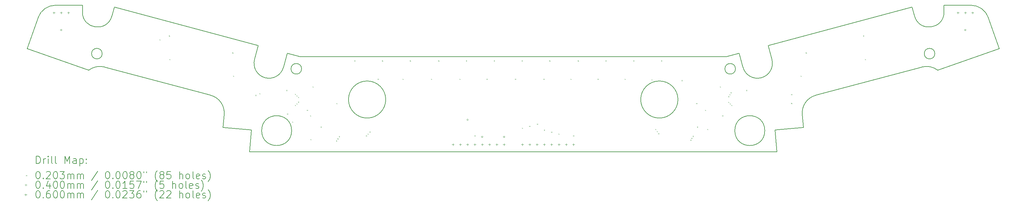
<source format=gbr>
%TF.GenerationSoftware,KiCad,Pcbnew,7.0.9-7.0.9~ubuntu22.04.1*%
%TF.CreationDate,2023-12-27T20:47:57-05:00*%
%TF.ProjectId,GT-Wheel-RevLight,47542d57-6865-4656-9c2d-5265764c6967,rev?*%
%TF.SameCoordinates,Original*%
%TF.FileFunction,Drillmap*%
%TF.FilePolarity,Positive*%
%FSLAX45Y45*%
G04 Gerber Fmt 4.5, Leading zero omitted, Abs format (unit mm)*
G04 Created by KiCad (PCBNEW 7.0.9-7.0.9~ubuntu22.04.1) date 2023-12-27 20:47:57*
%MOMM*%
%LPD*%
G01*
G04 APERTURE LIST*
%ADD10C,0.200000*%
%ADD11C,0.100000*%
G04 APERTURE END LIST*
D10*
X21925309Y-9540357D02*
X22702341Y-9472376D01*
X3836198Y-6158599D02*
X3770322Y-6404450D01*
X21047345Y-7812295D02*
G75*
G03*
X21839405Y-7600063I396030J106116D01*
G01*
X1450000Y-7300000D02*
X3134527Y-7895570D01*
X2964293Y-6298334D02*
G75*
G03*
X3770322Y-6404450I410000J1D01*
G01*
X3572062Y-7806382D02*
X6475453Y-8584344D01*
X21736220Y-7214972D02*
X21839405Y-7600063D01*
X3504930Y-7438959D02*
G75*
G03*
X3504930Y-7438959I-145000J0D01*
G01*
X6812514Y-9472376D02*
X7589546Y-9540357D01*
X7537253Y-10138074D02*
X21977602Y-10138074D01*
X23039404Y-8584351D02*
G75*
G03*
X22670714Y-9110884I129416J-482969D01*
G01*
X25744533Y-6404450D02*
X25678657Y-6158599D01*
X27289984Y-6108334D02*
X26550562Y-6108334D01*
X8570694Y-7427203D02*
X8467509Y-7812295D01*
X22702341Y-9472376D02*
X22670714Y-9110884D01*
X28064855Y-7300000D02*
X27761389Y-6441668D01*
X26550562Y-6108334D02*
X26550562Y-6298334D01*
X2224871Y-6108335D02*
G75*
G03*
X1753466Y-6441668I0J-500000D01*
G01*
X26380329Y-7895568D02*
G75*
G03*
X25942793Y-7806382I-308129J-393802D01*
G01*
X6844142Y-9110884D02*
G75*
G03*
X6475453Y-8584344I-498102J43574D01*
G01*
X25744530Y-6404451D02*
G75*
G03*
X26550562Y-6298334I396030J106121D01*
G01*
X20944161Y-7427203D02*
X20594438Y-7520911D01*
X27761391Y-6441667D02*
G75*
G03*
X27289984Y-6108334I-471401J-166663D01*
G01*
X2964293Y-6298334D02*
X2964293Y-6108334D01*
X21977602Y-10138074D02*
X21925309Y-9540357D01*
X2964293Y-6108334D02*
X2224871Y-6108334D01*
X7778635Y-7214972D02*
X3836198Y-6158599D01*
X3572061Y-7806385D02*
G75*
G03*
X3134527Y-7895570I-129411J-482965D01*
G01*
X21644015Y-9555697D02*
G75*
G03*
X21644015Y-9555697I-410000J0D01*
G01*
X21047346Y-7812295D02*
X20944161Y-7427203D01*
X7589546Y-9540357D02*
X7537253Y-10138074D01*
X26380328Y-7895570D02*
X28064855Y-7300000D01*
X26299925Y-7438959D02*
G75*
G03*
X26299925Y-7438959I-145000J0D01*
G01*
X20841673Y-7855864D02*
G75*
G03*
X20841673Y-7855864I-145000J0D01*
G01*
X8690840Y-9555697D02*
G75*
G03*
X8690840Y-9555697I-410000J0D01*
G01*
X7675451Y-7600063D02*
G75*
G03*
X8467509Y-7812295I396029J-106117D01*
G01*
X6844141Y-9110884D02*
X6812514Y-9472376D01*
X20594438Y-7520911D02*
X8920417Y-7520911D01*
X1753466Y-6441668D02*
X1450000Y-7300000D01*
X7675450Y-7600063D02*
X7778635Y-7214972D01*
X23039402Y-8584344D02*
X25942793Y-7806382D01*
X11267427Y-8700911D02*
G75*
G03*
X11267427Y-8700911I-510000J0D01*
G01*
X19267428Y-8700911D02*
G75*
G03*
X19267428Y-8700911I-510000J0D01*
G01*
X8963182Y-7855864D02*
G75*
G03*
X8963182Y-7855864I-145000J0D01*
G01*
X8920417Y-7520911D02*
X8570694Y-7427203D01*
X25678657Y-6158599D02*
X21736220Y-7214972D01*
D11*
X5075464Y-7047914D02*
X5095784Y-7068234D01*
X5095784Y-7047914D02*
X5075464Y-7068234D01*
X5334431Y-6940751D02*
X5354751Y-6961071D01*
X5354751Y-6940751D02*
X5334431Y-6961071D01*
X5347268Y-7587914D02*
X5367588Y-7608234D01*
X5367588Y-7587914D02*
X5347268Y-7608234D01*
X7068556Y-7406625D02*
X7088876Y-7426945D01*
X7088876Y-7406625D02*
X7068556Y-7426945D01*
X7087267Y-8047914D02*
X7107587Y-8068234D01*
X7107587Y-8047914D02*
X7087267Y-8068234D01*
X7699928Y-8575144D02*
X7720248Y-8595464D01*
X7720248Y-8575144D02*
X7699928Y-8595464D01*
X7807267Y-8530144D02*
X7827587Y-8550464D01*
X7827587Y-8530144D02*
X7807267Y-8550464D01*
X8547268Y-8439063D02*
X8567588Y-8459383D01*
X8567588Y-8439063D02*
X8547268Y-8459383D01*
X8567268Y-9087914D02*
X8587588Y-9108234D01*
X8587588Y-9087914D02*
X8567268Y-9108234D01*
X8707268Y-9307914D02*
X8727588Y-9328234D01*
X8727588Y-9307914D02*
X8707268Y-9328234D01*
X8783022Y-8543679D02*
X8803342Y-8563999D01*
X8803342Y-8543679D02*
X8783022Y-8563999D01*
X8784570Y-8850803D02*
X8804890Y-8871123D01*
X8804890Y-8850803D02*
X8784570Y-8871123D01*
X8825919Y-8586469D02*
X8846239Y-8606789D01*
X8846239Y-8586469D02*
X8825919Y-8606789D01*
X8825919Y-8806515D02*
X8846239Y-8826835D01*
X8846239Y-8806515D02*
X8825919Y-8826835D01*
X8867268Y-8630758D02*
X8887588Y-8651078D01*
X8887588Y-8630758D02*
X8867268Y-8651078D01*
X8867268Y-8762226D02*
X8887588Y-8782546D01*
X8887588Y-8762226D02*
X8867268Y-8782546D01*
X9107268Y-8987914D02*
X9127588Y-9008234D01*
X9127588Y-8987914D02*
X9107268Y-9008234D01*
X9196350Y-9136996D02*
X9216670Y-9157316D01*
X9216670Y-9136996D02*
X9196350Y-9157316D01*
X9207268Y-9787914D02*
X9227588Y-9808234D01*
X9227588Y-9787914D02*
X9207268Y-9808234D01*
X9267268Y-8341374D02*
X9287588Y-8361694D01*
X9287588Y-8341374D02*
X9267268Y-8361694D01*
X9487268Y-9447914D02*
X9507588Y-9468234D01*
X9507588Y-9447914D02*
X9487268Y-9468234D01*
X9907268Y-9827914D02*
X9927588Y-9848234D01*
X9927588Y-9827914D02*
X9907268Y-9848234D01*
X9915714Y-8799467D02*
X9936034Y-8819787D01*
X9936034Y-8799467D02*
X9915714Y-8819787D01*
X9947268Y-9767914D02*
X9967588Y-9788234D01*
X9967588Y-9767914D02*
X9947268Y-9788234D01*
X9987268Y-9707914D02*
X10007588Y-9728234D01*
X10007588Y-9707914D02*
X9987268Y-9728234D01*
X10407268Y-7625751D02*
X10427588Y-7646071D01*
X10427588Y-7625751D02*
X10407268Y-7646071D01*
X10727268Y-9687914D02*
X10747588Y-9708234D01*
X10747588Y-9687914D02*
X10727268Y-9708234D01*
X10774448Y-9635094D02*
X10794768Y-9655414D01*
X10794768Y-9635094D02*
X10774448Y-9655414D01*
X10821628Y-9582274D02*
X10841948Y-9602594D01*
X10841948Y-9582274D02*
X10821628Y-9602594D01*
X11047268Y-8127914D02*
X11067588Y-8148234D01*
X11067588Y-8127914D02*
X11047268Y-8148234D01*
X11165105Y-7625751D02*
X11185425Y-7646071D01*
X11185425Y-7625751D02*
X11165105Y-7646071D01*
X11727267Y-8127914D02*
X11747587Y-8148234D01*
X11747587Y-8127914D02*
X11727267Y-8148234D01*
X11927267Y-7625751D02*
X11947587Y-7646071D01*
X11947587Y-7625751D02*
X11927267Y-7646071D01*
X12507267Y-8127914D02*
X12527587Y-8148234D01*
X12527587Y-8127914D02*
X12507267Y-8148234D01*
X12707267Y-7625751D02*
X12727587Y-7646071D01*
X12727587Y-7625751D02*
X12707267Y-7646071D01*
X13287267Y-8127914D02*
X13307587Y-8148234D01*
X13307587Y-8127914D02*
X13287267Y-8148234D01*
X13465105Y-7625751D02*
X13485425Y-7646071D01*
X13485425Y-7625751D02*
X13465105Y-7646071D01*
X13697267Y-9687914D02*
X13717587Y-9708234D01*
X13717587Y-9687914D02*
X13697267Y-9708234D01*
X14027267Y-8127914D02*
X14047587Y-8148234D01*
X14047587Y-8127914D02*
X14027267Y-8148234D01*
X14225105Y-7625751D02*
X14245425Y-7646071D01*
X14245425Y-7625751D02*
X14225105Y-7646071D01*
X14807267Y-8127914D02*
X14827587Y-8148234D01*
X14827587Y-8127914D02*
X14807267Y-8148234D01*
X14987267Y-7625751D02*
X15007587Y-7646071D01*
X15007587Y-7625751D02*
X14987267Y-7646071D01*
X14997267Y-9477914D02*
X15017587Y-9498234D01*
X15017587Y-9477914D02*
X14997267Y-9498234D01*
X15197267Y-9426244D02*
X15217587Y-9446564D01*
X15217587Y-9426244D02*
X15197267Y-9446564D01*
X15407267Y-9367914D02*
X15427587Y-9388234D01*
X15427587Y-9367914D02*
X15407267Y-9388234D01*
X15587267Y-8127914D02*
X15607587Y-8148234D01*
X15607587Y-8127914D02*
X15587267Y-8148234D01*
X15597267Y-9531834D02*
X15617587Y-9552154D01*
X15617587Y-9531834D02*
X15597267Y-9552154D01*
X15747267Y-7625751D02*
X15767587Y-7646071D01*
X15767587Y-7625751D02*
X15747267Y-7646071D01*
X15797267Y-9584604D02*
X15817587Y-9604924D01*
X15817587Y-9584604D02*
X15797267Y-9604924D01*
X15997267Y-9637374D02*
X16017587Y-9657694D01*
X16017587Y-9637374D02*
X15997267Y-9657694D01*
X16327267Y-8127914D02*
X16347587Y-8148234D01*
X16347587Y-8127914D02*
X16327267Y-8148234D01*
X16397267Y-9690144D02*
X16417587Y-9710464D01*
X16417587Y-9690144D02*
X16397267Y-9710464D01*
X16525105Y-7625751D02*
X16545425Y-7646071D01*
X16545425Y-7625751D02*
X16525105Y-7646071D01*
X17067268Y-8127914D02*
X17087588Y-8148234D01*
X17087588Y-8127914D02*
X17067268Y-8148234D01*
X17285105Y-7625751D02*
X17305425Y-7646071D01*
X17305425Y-7625751D02*
X17285105Y-7646071D01*
X17807268Y-8127914D02*
X17827588Y-8148234D01*
X17827588Y-8127914D02*
X17807268Y-8148234D01*
X18045105Y-7625751D02*
X18065425Y-7646071D01*
X18065425Y-7625751D02*
X18045105Y-7646071D01*
X18547268Y-8147914D02*
X18567588Y-8168234D01*
X18567588Y-8147914D02*
X18547268Y-8168234D01*
X18647268Y-9507914D02*
X18667588Y-9528234D01*
X18667588Y-9507914D02*
X18647268Y-9528234D01*
X18687268Y-9567914D02*
X18707588Y-9588234D01*
X18707588Y-9567914D02*
X18687268Y-9588234D01*
X18727268Y-9627914D02*
X18747588Y-9648234D01*
X18747588Y-9627914D02*
X18727268Y-9648234D01*
X18805105Y-7625751D02*
X18825425Y-7646071D01*
X18825425Y-7625751D02*
X18805105Y-7646071D01*
X19367268Y-8167914D02*
X19387588Y-8188234D01*
X19387588Y-8167914D02*
X19367268Y-8188234D01*
X19607268Y-9807914D02*
X19627588Y-9828234D01*
X19627588Y-9807914D02*
X19607268Y-9828234D01*
X19634364Y-9753720D02*
X19654684Y-9774040D01*
X19654684Y-9753720D02*
X19634364Y-9774040D01*
X19669713Y-9700950D02*
X19690033Y-9721270D01*
X19690033Y-9700950D02*
X19669713Y-9721270D01*
X19767268Y-8799467D02*
X19787588Y-8819787D01*
X19787588Y-8799467D02*
X19767268Y-8819787D01*
X19787268Y-9447914D02*
X19807588Y-9468234D01*
X19807588Y-9447914D02*
X19787268Y-9468234D01*
X20007268Y-8987914D02*
X20027588Y-9008234D01*
X20027588Y-8987914D02*
X20007268Y-9008234D01*
X20067268Y-9507914D02*
X20087588Y-9528234D01*
X20087588Y-9507914D02*
X20067268Y-9528234D01*
X20413808Y-8341374D02*
X20434128Y-8361694D01*
X20434128Y-8341374D02*
X20413808Y-8361694D01*
X20478185Y-9136996D02*
X20498505Y-9157316D01*
X20498505Y-9136996D02*
X20478185Y-9157316D01*
X20644424Y-8765070D02*
X20664744Y-8785390D01*
X20664744Y-8765070D02*
X20644424Y-8785390D01*
X20647268Y-8607914D02*
X20667588Y-8628234D01*
X20667588Y-8607914D02*
X20647268Y-8628234D01*
X20678441Y-8555958D02*
X20698761Y-8576278D01*
X20698761Y-8555958D02*
X20678441Y-8576278D01*
X20687268Y-8807914D02*
X20707588Y-8828234D01*
X20707588Y-8807914D02*
X20687268Y-8828234D01*
X20709614Y-8504002D02*
X20729934Y-8524322D01*
X20729934Y-8504002D02*
X20709614Y-8524322D01*
X20730111Y-8850758D02*
X20750431Y-8871078D01*
X20750431Y-8850758D02*
X20730111Y-8871078D01*
X21136119Y-8439063D02*
X21156439Y-8459383D01*
X21156439Y-8439063D02*
X21136119Y-8459383D01*
X22367268Y-8555144D02*
X22387587Y-8575464D01*
X22387587Y-8555144D02*
X22367268Y-8575464D01*
X22367268Y-8795684D02*
X22387587Y-8816004D01*
X22387587Y-8795684D02*
X22367268Y-8816004D01*
X22627267Y-8047914D02*
X22647587Y-8068234D01*
X22647587Y-8047914D02*
X22627267Y-8068234D01*
X22765979Y-7406625D02*
X22786299Y-7426945D01*
X22786299Y-7406625D02*
X22765979Y-7426945D01*
X24334431Y-6940751D02*
X24354751Y-6961071D01*
X24354751Y-6940751D02*
X24334431Y-6961071D01*
X24387267Y-7587914D02*
X24407587Y-7608234D01*
X24407587Y-7587914D02*
X24387267Y-7608234D01*
X2402428Y-6788074D02*
G75*
G03*
X2402428Y-6788074I-20000J0D01*
G01*
X13527427Y-9258074D02*
G75*
G03*
X13527427Y-9258074I-20000J0D01*
G01*
X13927427Y-9725624D02*
G75*
G03*
X13927427Y-9725624I-20000J0D01*
G01*
X14527427Y-9725624D02*
G75*
G03*
X14527427Y-9725624I-20000J0D01*
G01*
X27152427Y-6788074D02*
G75*
G03*
X27152427Y-6788074I-20000J0D01*
G01*
X2182428Y-6283074D02*
X2182428Y-6343074D01*
X2152428Y-6313074D02*
X2212428Y-6313074D01*
X2382428Y-6283074D02*
X2382428Y-6343074D01*
X2352428Y-6313074D02*
X2412428Y-6313074D01*
X2582428Y-6283074D02*
X2582428Y-6343074D01*
X2552428Y-6313074D02*
X2612428Y-6313074D01*
X13107427Y-9908074D02*
X13107427Y-9968074D01*
X13077427Y-9938074D02*
X13137427Y-9938074D01*
X13307427Y-9908074D02*
X13307427Y-9968074D01*
X13277427Y-9938074D02*
X13337427Y-9938074D01*
X13507427Y-9908074D02*
X13507427Y-9968074D01*
X13477427Y-9938074D02*
X13537427Y-9938074D01*
X13707427Y-9908074D02*
X13707427Y-9968074D01*
X13677427Y-9938074D02*
X13737427Y-9938074D01*
X13907427Y-9908074D02*
X13907427Y-9968074D01*
X13877427Y-9938074D02*
X13937427Y-9938074D01*
X14107427Y-9908074D02*
X14107427Y-9968074D01*
X14077427Y-9938074D02*
X14137427Y-9938074D01*
X14307427Y-9908074D02*
X14307427Y-9968074D01*
X14277427Y-9938074D02*
X14337427Y-9938074D01*
X14507427Y-9908074D02*
X14507427Y-9968074D01*
X14477427Y-9938074D02*
X14537427Y-9938074D01*
X15007427Y-9908074D02*
X15007427Y-9968074D01*
X14977427Y-9938074D02*
X15037427Y-9938074D01*
X15207427Y-9908074D02*
X15207427Y-9968074D01*
X15177427Y-9938074D02*
X15237427Y-9938074D01*
X15407427Y-9908074D02*
X15407427Y-9968074D01*
X15377427Y-9938074D02*
X15437427Y-9938074D01*
X15607427Y-9908074D02*
X15607427Y-9968074D01*
X15577427Y-9938074D02*
X15637427Y-9938074D01*
X15807427Y-9908074D02*
X15807427Y-9968074D01*
X15777427Y-9938074D02*
X15837427Y-9938074D01*
X16007427Y-9908074D02*
X16007427Y-9968074D01*
X15977427Y-9938074D02*
X16037427Y-9938074D01*
X16207427Y-9908074D02*
X16207427Y-9968074D01*
X16177427Y-9938074D02*
X16237427Y-9938074D01*
X16407427Y-9908074D02*
X16407427Y-9968074D01*
X16377427Y-9938074D02*
X16437427Y-9938074D01*
X26932427Y-6283074D02*
X26932427Y-6343074D01*
X26902427Y-6313074D02*
X26962427Y-6313074D01*
X27132427Y-6283074D02*
X27132427Y-6343074D01*
X27102427Y-6313074D02*
X27162427Y-6313074D01*
X27332427Y-6283074D02*
X27332427Y-6343074D01*
X27302427Y-6313074D02*
X27362427Y-6313074D01*
D10*
X1700777Y-10459558D02*
X1700777Y-10259558D01*
X1700777Y-10259558D02*
X1748396Y-10259558D01*
X1748396Y-10259558D02*
X1776967Y-10269081D01*
X1776967Y-10269081D02*
X1796015Y-10288129D01*
X1796015Y-10288129D02*
X1805539Y-10307177D01*
X1805539Y-10307177D02*
X1815062Y-10345272D01*
X1815062Y-10345272D02*
X1815062Y-10373843D01*
X1815062Y-10373843D02*
X1805539Y-10411939D01*
X1805539Y-10411939D02*
X1796015Y-10430986D01*
X1796015Y-10430986D02*
X1776967Y-10450034D01*
X1776967Y-10450034D02*
X1748396Y-10459558D01*
X1748396Y-10459558D02*
X1700777Y-10459558D01*
X1900777Y-10459558D02*
X1900777Y-10326224D01*
X1900777Y-10364320D02*
X1910301Y-10345272D01*
X1910301Y-10345272D02*
X1919824Y-10335748D01*
X1919824Y-10335748D02*
X1938872Y-10326224D01*
X1938872Y-10326224D02*
X1957920Y-10326224D01*
X2024586Y-10459558D02*
X2024586Y-10326224D01*
X2024586Y-10259558D02*
X2015062Y-10269081D01*
X2015062Y-10269081D02*
X2024586Y-10278605D01*
X2024586Y-10278605D02*
X2034110Y-10269081D01*
X2034110Y-10269081D02*
X2024586Y-10259558D01*
X2024586Y-10259558D02*
X2024586Y-10278605D01*
X2148396Y-10459558D02*
X2129348Y-10450034D01*
X2129348Y-10450034D02*
X2119824Y-10430986D01*
X2119824Y-10430986D02*
X2119824Y-10259558D01*
X2253158Y-10459558D02*
X2234110Y-10450034D01*
X2234110Y-10450034D02*
X2224586Y-10430986D01*
X2224586Y-10430986D02*
X2224586Y-10259558D01*
X2481729Y-10459558D02*
X2481729Y-10259558D01*
X2481729Y-10259558D02*
X2548396Y-10402415D01*
X2548396Y-10402415D02*
X2615063Y-10259558D01*
X2615063Y-10259558D02*
X2615063Y-10459558D01*
X2796015Y-10459558D02*
X2796015Y-10354796D01*
X2796015Y-10354796D02*
X2786491Y-10335748D01*
X2786491Y-10335748D02*
X2767444Y-10326224D01*
X2767444Y-10326224D02*
X2729348Y-10326224D01*
X2729348Y-10326224D02*
X2710301Y-10335748D01*
X2796015Y-10450034D02*
X2776967Y-10459558D01*
X2776967Y-10459558D02*
X2729348Y-10459558D01*
X2729348Y-10459558D02*
X2710301Y-10450034D01*
X2710301Y-10450034D02*
X2700777Y-10430986D01*
X2700777Y-10430986D02*
X2700777Y-10411939D01*
X2700777Y-10411939D02*
X2710301Y-10392891D01*
X2710301Y-10392891D02*
X2729348Y-10383367D01*
X2729348Y-10383367D02*
X2776967Y-10383367D01*
X2776967Y-10383367D02*
X2796015Y-10373843D01*
X2891253Y-10326224D02*
X2891253Y-10526224D01*
X2891253Y-10335748D02*
X2910301Y-10326224D01*
X2910301Y-10326224D02*
X2948396Y-10326224D01*
X2948396Y-10326224D02*
X2967443Y-10335748D01*
X2967443Y-10335748D02*
X2976967Y-10345272D01*
X2976967Y-10345272D02*
X2986491Y-10364320D01*
X2986491Y-10364320D02*
X2986491Y-10421462D01*
X2986491Y-10421462D02*
X2976967Y-10440510D01*
X2976967Y-10440510D02*
X2967443Y-10450034D01*
X2967443Y-10450034D02*
X2948396Y-10459558D01*
X2948396Y-10459558D02*
X2910301Y-10459558D01*
X2910301Y-10459558D02*
X2891253Y-10450034D01*
X3072205Y-10440510D02*
X3081729Y-10450034D01*
X3081729Y-10450034D02*
X3072205Y-10459558D01*
X3072205Y-10459558D02*
X3062682Y-10450034D01*
X3062682Y-10450034D02*
X3072205Y-10440510D01*
X3072205Y-10440510D02*
X3072205Y-10459558D01*
X3072205Y-10335748D02*
X3081729Y-10345272D01*
X3081729Y-10345272D02*
X3072205Y-10354796D01*
X3072205Y-10354796D02*
X3062682Y-10345272D01*
X3062682Y-10345272D02*
X3072205Y-10335748D01*
X3072205Y-10335748D02*
X3072205Y-10354796D01*
D11*
X1419680Y-10777914D02*
X1440000Y-10798234D01*
X1440000Y-10777914D02*
X1419680Y-10798234D01*
D10*
X1738872Y-10679558D02*
X1757920Y-10679558D01*
X1757920Y-10679558D02*
X1776967Y-10689081D01*
X1776967Y-10689081D02*
X1786491Y-10698605D01*
X1786491Y-10698605D02*
X1796015Y-10717653D01*
X1796015Y-10717653D02*
X1805539Y-10755748D01*
X1805539Y-10755748D02*
X1805539Y-10803367D01*
X1805539Y-10803367D02*
X1796015Y-10841462D01*
X1796015Y-10841462D02*
X1786491Y-10860510D01*
X1786491Y-10860510D02*
X1776967Y-10870034D01*
X1776967Y-10870034D02*
X1757920Y-10879558D01*
X1757920Y-10879558D02*
X1738872Y-10879558D01*
X1738872Y-10879558D02*
X1719824Y-10870034D01*
X1719824Y-10870034D02*
X1710301Y-10860510D01*
X1710301Y-10860510D02*
X1700777Y-10841462D01*
X1700777Y-10841462D02*
X1691253Y-10803367D01*
X1691253Y-10803367D02*
X1691253Y-10755748D01*
X1691253Y-10755748D02*
X1700777Y-10717653D01*
X1700777Y-10717653D02*
X1710301Y-10698605D01*
X1710301Y-10698605D02*
X1719824Y-10689081D01*
X1719824Y-10689081D02*
X1738872Y-10679558D01*
X1891253Y-10860510D02*
X1900777Y-10870034D01*
X1900777Y-10870034D02*
X1891253Y-10879558D01*
X1891253Y-10879558D02*
X1881729Y-10870034D01*
X1881729Y-10870034D02*
X1891253Y-10860510D01*
X1891253Y-10860510D02*
X1891253Y-10879558D01*
X1976967Y-10698605D02*
X1986491Y-10689081D01*
X1986491Y-10689081D02*
X2005539Y-10679558D01*
X2005539Y-10679558D02*
X2053158Y-10679558D01*
X2053158Y-10679558D02*
X2072205Y-10689081D01*
X2072205Y-10689081D02*
X2081729Y-10698605D01*
X2081729Y-10698605D02*
X2091253Y-10717653D01*
X2091253Y-10717653D02*
X2091253Y-10736700D01*
X2091253Y-10736700D02*
X2081729Y-10765272D01*
X2081729Y-10765272D02*
X1967443Y-10879558D01*
X1967443Y-10879558D02*
X2091253Y-10879558D01*
X2215063Y-10679558D02*
X2234110Y-10679558D01*
X2234110Y-10679558D02*
X2253158Y-10689081D01*
X2253158Y-10689081D02*
X2262682Y-10698605D01*
X2262682Y-10698605D02*
X2272205Y-10717653D01*
X2272205Y-10717653D02*
X2281729Y-10755748D01*
X2281729Y-10755748D02*
X2281729Y-10803367D01*
X2281729Y-10803367D02*
X2272205Y-10841462D01*
X2272205Y-10841462D02*
X2262682Y-10860510D01*
X2262682Y-10860510D02*
X2253158Y-10870034D01*
X2253158Y-10870034D02*
X2234110Y-10879558D01*
X2234110Y-10879558D02*
X2215063Y-10879558D01*
X2215063Y-10879558D02*
X2196015Y-10870034D01*
X2196015Y-10870034D02*
X2186491Y-10860510D01*
X2186491Y-10860510D02*
X2176967Y-10841462D01*
X2176967Y-10841462D02*
X2167444Y-10803367D01*
X2167444Y-10803367D02*
X2167444Y-10755748D01*
X2167444Y-10755748D02*
X2176967Y-10717653D01*
X2176967Y-10717653D02*
X2186491Y-10698605D01*
X2186491Y-10698605D02*
X2196015Y-10689081D01*
X2196015Y-10689081D02*
X2215063Y-10679558D01*
X2348396Y-10679558D02*
X2472205Y-10679558D01*
X2472205Y-10679558D02*
X2405539Y-10755748D01*
X2405539Y-10755748D02*
X2434110Y-10755748D01*
X2434110Y-10755748D02*
X2453158Y-10765272D01*
X2453158Y-10765272D02*
X2462682Y-10774796D01*
X2462682Y-10774796D02*
X2472205Y-10793843D01*
X2472205Y-10793843D02*
X2472205Y-10841462D01*
X2472205Y-10841462D02*
X2462682Y-10860510D01*
X2462682Y-10860510D02*
X2453158Y-10870034D01*
X2453158Y-10870034D02*
X2434110Y-10879558D01*
X2434110Y-10879558D02*
X2376967Y-10879558D01*
X2376967Y-10879558D02*
X2357920Y-10870034D01*
X2357920Y-10870034D02*
X2348396Y-10860510D01*
X2557920Y-10879558D02*
X2557920Y-10746224D01*
X2557920Y-10765272D02*
X2567444Y-10755748D01*
X2567444Y-10755748D02*
X2586491Y-10746224D01*
X2586491Y-10746224D02*
X2615063Y-10746224D01*
X2615063Y-10746224D02*
X2634110Y-10755748D01*
X2634110Y-10755748D02*
X2643634Y-10774796D01*
X2643634Y-10774796D02*
X2643634Y-10879558D01*
X2643634Y-10774796D02*
X2653158Y-10755748D01*
X2653158Y-10755748D02*
X2672205Y-10746224D01*
X2672205Y-10746224D02*
X2700777Y-10746224D01*
X2700777Y-10746224D02*
X2719825Y-10755748D01*
X2719825Y-10755748D02*
X2729348Y-10774796D01*
X2729348Y-10774796D02*
X2729348Y-10879558D01*
X2824586Y-10879558D02*
X2824586Y-10746224D01*
X2824586Y-10765272D02*
X2834110Y-10755748D01*
X2834110Y-10755748D02*
X2853158Y-10746224D01*
X2853158Y-10746224D02*
X2881729Y-10746224D01*
X2881729Y-10746224D02*
X2900777Y-10755748D01*
X2900777Y-10755748D02*
X2910301Y-10774796D01*
X2910301Y-10774796D02*
X2910301Y-10879558D01*
X2910301Y-10774796D02*
X2919824Y-10755748D01*
X2919824Y-10755748D02*
X2938872Y-10746224D01*
X2938872Y-10746224D02*
X2967443Y-10746224D01*
X2967443Y-10746224D02*
X2986491Y-10755748D01*
X2986491Y-10755748D02*
X2996015Y-10774796D01*
X2996015Y-10774796D02*
X2996015Y-10879558D01*
X3386491Y-10670034D02*
X3215063Y-10927177D01*
X3643634Y-10679558D02*
X3662682Y-10679558D01*
X3662682Y-10679558D02*
X3681729Y-10689081D01*
X3681729Y-10689081D02*
X3691253Y-10698605D01*
X3691253Y-10698605D02*
X3700777Y-10717653D01*
X3700777Y-10717653D02*
X3710301Y-10755748D01*
X3710301Y-10755748D02*
X3710301Y-10803367D01*
X3710301Y-10803367D02*
X3700777Y-10841462D01*
X3700777Y-10841462D02*
X3691253Y-10860510D01*
X3691253Y-10860510D02*
X3681729Y-10870034D01*
X3681729Y-10870034D02*
X3662682Y-10879558D01*
X3662682Y-10879558D02*
X3643634Y-10879558D01*
X3643634Y-10879558D02*
X3624586Y-10870034D01*
X3624586Y-10870034D02*
X3615063Y-10860510D01*
X3615063Y-10860510D02*
X3605539Y-10841462D01*
X3605539Y-10841462D02*
X3596015Y-10803367D01*
X3596015Y-10803367D02*
X3596015Y-10755748D01*
X3596015Y-10755748D02*
X3605539Y-10717653D01*
X3605539Y-10717653D02*
X3615063Y-10698605D01*
X3615063Y-10698605D02*
X3624586Y-10689081D01*
X3624586Y-10689081D02*
X3643634Y-10679558D01*
X3796015Y-10860510D02*
X3805539Y-10870034D01*
X3805539Y-10870034D02*
X3796015Y-10879558D01*
X3796015Y-10879558D02*
X3786491Y-10870034D01*
X3786491Y-10870034D02*
X3796015Y-10860510D01*
X3796015Y-10860510D02*
X3796015Y-10879558D01*
X3929348Y-10679558D02*
X3948396Y-10679558D01*
X3948396Y-10679558D02*
X3967444Y-10689081D01*
X3967444Y-10689081D02*
X3976967Y-10698605D01*
X3976967Y-10698605D02*
X3986491Y-10717653D01*
X3986491Y-10717653D02*
X3996015Y-10755748D01*
X3996015Y-10755748D02*
X3996015Y-10803367D01*
X3996015Y-10803367D02*
X3986491Y-10841462D01*
X3986491Y-10841462D02*
X3976967Y-10860510D01*
X3976967Y-10860510D02*
X3967444Y-10870034D01*
X3967444Y-10870034D02*
X3948396Y-10879558D01*
X3948396Y-10879558D02*
X3929348Y-10879558D01*
X3929348Y-10879558D02*
X3910301Y-10870034D01*
X3910301Y-10870034D02*
X3900777Y-10860510D01*
X3900777Y-10860510D02*
X3891253Y-10841462D01*
X3891253Y-10841462D02*
X3881729Y-10803367D01*
X3881729Y-10803367D02*
X3881729Y-10755748D01*
X3881729Y-10755748D02*
X3891253Y-10717653D01*
X3891253Y-10717653D02*
X3900777Y-10698605D01*
X3900777Y-10698605D02*
X3910301Y-10689081D01*
X3910301Y-10689081D02*
X3929348Y-10679558D01*
X4119825Y-10679558D02*
X4138872Y-10679558D01*
X4138872Y-10679558D02*
X4157920Y-10689081D01*
X4157920Y-10689081D02*
X4167444Y-10698605D01*
X4167444Y-10698605D02*
X4176967Y-10717653D01*
X4176967Y-10717653D02*
X4186491Y-10755748D01*
X4186491Y-10755748D02*
X4186491Y-10803367D01*
X4186491Y-10803367D02*
X4176967Y-10841462D01*
X4176967Y-10841462D02*
X4167444Y-10860510D01*
X4167444Y-10860510D02*
X4157920Y-10870034D01*
X4157920Y-10870034D02*
X4138872Y-10879558D01*
X4138872Y-10879558D02*
X4119825Y-10879558D01*
X4119825Y-10879558D02*
X4100777Y-10870034D01*
X4100777Y-10870034D02*
X4091253Y-10860510D01*
X4091253Y-10860510D02*
X4081729Y-10841462D01*
X4081729Y-10841462D02*
X4072206Y-10803367D01*
X4072206Y-10803367D02*
X4072206Y-10755748D01*
X4072206Y-10755748D02*
X4081729Y-10717653D01*
X4081729Y-10717653D02*
X4091253Y-10698605D01*
X4091253Y-10698605D02*
X4100777Y-10689081D01*
X4100777Y-10689081D02*
X4119825Y-10679558D01*
X4300777Y-10765272D02*
X4281729Y-10755748D01*
X4281729Y-10755748D02*
X4272206Y-10746224D01*
X4272206Y-10746224D02*
X4262682Y-10727177D01*
X4262682Y-10727177D02*
X4262682Y-10717653D01*
X4262682Y-10717653D02*
X4272206Y-10698605D01*
X4272206Y-10698605D02*
X4281729Y-10689081D01*
X4281729Y-10689081D02*
X4300777Y-10679558D01*
X4300777Y-10679558D02*
X4338872Y-10679558D01*
X4338872Y-10679558D02*
X4357920Y-10689081D01*
X4357920Y-10689081D02*
X4367444Y-10698605D01*
X4367444Y-10698605D02*
X4376968Y-10717653D01*
X4376968Y-10717653D02*
X4376968Y-10727177D01*
X4376968Y-10727177D02*
X4367444Y-10746224D01*
X4367444Y-10746224D02*
X4357920Y-10755748D01*
X4357920Y-10755748D02*
X4338872Y-10765272D01*
X4338872Y-10765272D02*
X4300777Y-10765272D01*
X4300777Y-10765272D02*
X4281729Y-10774796D01*
X4281729Y-10774796D02*
X4272206Y-10784320D01*
X4272206Y-10784320D02*
X4262682Y-10803367D01*
X4262682Y-10803367D02*
X4262682Y-10841462D01*
X4262682Y-10841462D02*
X4272206Y-10860510D01*
X4272206Y-10860510D02*
X4281729Y-10870034D01*
X4281729Y-10870034D02*
X4300777Y-10879558D01*
X4300777Y-10879558D02*
X4338872Y-10879558D01*
X4338872Y-10879558D02*
X4357920Y-10870034D01*
X4357920Y-10870034D02*
X4367444Y-10860510D01*
X4367444Y-10860510D02*
X4376968Y-10841462D01*
X4376968Y-10841462D02*
X4376968Y-10803367D01*
X4376968Y-10803367D02*
X4367444Y-10784320D01*
X4367444Y-10784320D02*
X4357920Y-10774796D01*
X4357920Y-10774796D02*
X4338872Y-10765272D01*
X4500777Y-10679558D02*
X4519825Y-10679558D01*
X4519825Y-10679558D02*
X4538872Y-10689081D01*
X4538872Y-10689081D02*
X4548396Y-10698605D01*
X4548396Y-10698605D02*
X4557920Y-10717653D01*
X4557920Y-10717653D02*
X4567444Y-10755748D01*
X4567444Y-10755748D02*
X4567444Y-10803367D01*
X4567444Y-10803367D02*
X4557920Y-10841462D01*
X4557920Y-10841462D02*
X4548396Y-10860510D01*
X4548396Y-10860510D02*
X4538872Y-10870034D01*
X4538872Y-10870034D02*
X4519825Y-10879558D01*
X4519825Y-10879558D02*
X4500777Y-10879558D01*
X4500777Y-10879558D02*
X4481729Y-10870034D01*
X4481729Y-10870034D02*
X4472206Y-10860510D01*
X4472206Y-10860510D02*
X4462682Y-10841462D01*
X4462682Y-10841462D02*
X4453158Y-10803367D01*
X4453158Y-10803367D02*
X4453158Y-10755748D01*
X4453158Y-10755748D02*
X4462682Y-10717653D01*
X4462682Y-10717653D02*
X4472206Y-10698605D01*
X4472206Y-10698605D02*
X4481729Y-10689081D01*
X4481729Y-10689081D02*
X4500777Y-10679558D01*
X4643634Y-10679558D02*
X4643634Y-10717653D01*
X4719825Y-10679558D02*
X4719825Y-10717653D01*
X5015063Y-10955748D02*
X5005539Y-10946224D01*
X5005539Y-10946224D02*
X4986491Y-10917653D01*
X4986491Y-10917653D02*
X4976968Y-10898605D01*
X4976968Y-10898605D02*
X4967444Y-10870034D01*
X4967444Y-10870034D02*
X4957920Y-10822415D01*
X4957920Y-10822415D02*
X4957920Y-10784320D01*
X4957920Y-10784320D02*
X4967444Y-10736700D01*
X4967444Y-10736700D02*
X4976968Y-10708129D01*
X4976968Y-10708129D02*
X4986491Y-10689081D01*
X4986491Y-10689081D02*
X5005539Y-10660510D01*
X5005539Y-10660510D02*
X5015063Y-10650986D01*
X5119825Y-10765272D02*
X5100777Y-10755748D01*
X5100777Y-10755748D02*
X5091253Y-10746224D01*
X5091253Y-10746224D02*
X5081730Y-10727177D01*
X5081730Y-10727177D02*
X5081730Y-10717653D01*
X5081730Y-10717653D02*
X5091253Y-10698605D01*
X5091253Y-10698605D02*
X5100777Y-10689081D01*
X5100777Y-10689081D02*
X5119825Y-10679558D01*
X5119825Y-10679558D02*
X5157920Y-10679558D01*
X5157920Y-10679558D02*
X5176968Y-10689081D01*
X5176968Y-10689081D02*
X5186491Y-10698605D01*
X5186491Y-10698605D02*
X5196015Y-10717653D01*
X5196015Y-10717653D02*
X5196015Y-10727177D01*
X5196015Y-10727177D02*
X5186491Y-10746224D01*
X5186491Y-10746224D02*
X5176968Y-10755748D01*
X5176968Y-10755748D02*
X5157920Y-10765272D01*
X5157920Y-10765272D02*
X5119825Y-10765272D01*
X5119825Y-10765272D02*
X5100777Y-10774796D01*
X5100777Y-10774796D02*
X5091253Y-10784320D01*
X5091253Y-10784320D02*
X5081730Y-10803367D01*
X5081730Y-10803367D02*
X5081730Y-10841462D01*
X5081730Y-10841462D02*
X5091253Y-10860510D01*
X5091253Y-10860510D02*
X5100777Y-10870034D01*
X5100777Y-10870034D02*
X5119825Y-10879558D01*
X5119825Y-10879558D02*
X5157920Y-10879558D01*
X5157920Y-10879558D02*
X5176968Y-10870034D01*
X5176968Y-10870034D02*
X5186491Y-10860510D01*
X5186491Y-10860510D02*
X5196015Y-10841462D01*
X5196015Y-10841462D02*
X5196015Y-10803367D01*
X5196015Y-10803367D02*
X5186491Y-10784320D01*
X5186491Y-10784320D02*
X5176968Y-10774796D01*
X5176968Y-10774796D02*
X5157920Y-10765272D01*
X5376968Y-10679558D02*
X5281730Y-10679558D01*
X5281730Y-10679558D02*
X5272206Y-10774796D01*
X5272206Y-10774796D02*
X5281730Y-10765272D01*
X5281730Y-10765272D02*
X5300777Y-10755748D01*
X5300777Y-10755748D02*
X5348396Y-10755748D01*
X5348396Y-10755748D02*
X5367444Y-10765272D01*
X5367444Y-10765272D02*
X5376968Y-10774796D01*
X5376968Y-10774796D02*
X5386491Y-10793843D01*
X5386491Y-10793843D02*
X5386491Y-10841462D01*
X5386491Y-10841462D02*
X5376968Y-10860510D01*
X5376968Y-10860510D02*
X5367444Y-10870034D01*
X5367444Y-10870034D02*
X5348396Y-10879558D01*
X5348396Y-10879558D02*
X5300777Y-10879558D01*
X5300777Y-10879558D02*
X5281730Y-10870034D01*
X5281730Y-10870034D02*
X5272206Y-10860510D01*
X5624587Y-10879558D02*
X5624587Y-10679558D01*
X5710301Y-10879558D02*
X5710301Y-10774796D01*
X5710301Y-10774796D02*
X5700777Y-10755748D01*
X5700777Y-10755748D02*
X5681730Y-10746224D01*
X5681730Y-10746224D02*
X5653158Y-10746224D01*
X5653158Y-10746224D02*
X5634110Y-10755748D01*
X5634110Y-10755748D02*
X5624587Y-10765272D01*
X5834110Y-10879558D02*
X5815063Y-10870034D01*
X5815063Y-10870034D02*
X5805539Y-10860510D01*
X5805539Y-10860510D02*
X5796015Y-10841462D01*
X5796015Y-10841462D02*
X5796015Y-10784320D01*
X5796015Y-10784320D02*
X5805539Y-10765272D01*
X5805539Y-10765272D02*
X5815063Y-10755748D01*
X5815063Y-10755748D02*
X5834110Y-10746224D01*
X5834110Y-10746224D02*
X5862682Y-10746224D01*
X5862682Y-10746224D02*
X5881730Y-10755748D01*
X5881730Y-10755748D02*
X5891253Y-10765272D01*
X5891253Y-10765272D02*
X5900777Y-10784320D01*
X5900777Y-10784320D02*
X5900777Y-10841462D01*
X5900777Y-10841462D02*
X5891253Y-10860510D01*
X5891253Y-10860510D02*
X5881730Y-10870034D01*
X5881730Y-10870034D02*
X5862682Y-10879558D01*
X5862682Y-10879558D02*
X5834110Y-10879558D01*
X6015063Y-10879558D02*
X5996015Y-10870034D01*
X5996015Y-10870034D02*
X5986491Y-10850986D01*
X5986491Y-10850986D02*
X5986491Y-10679558D01*
X6167444Y-10870034D02*
X6148396Y-10879558D01*
X6148396Y-10879558D02*
X6110301Y-10879558D01*
X6110301Y-10879558D02*
X6091253Y-10870034D01*
X6091253Y-10870034D02*
X6081730Y-10850986D01*
X6081730Y-10850986D02*
X6081730Y-10774796D01*
X6081730Y-10774796D02*
X6091253Y-10755748D01*
X6091253Y-10755748D02*
X6110301Y-10746224D01*
X6110301Y-10746224D02*
X6148396Y-10746224D01*
X6148396Y-10746224D02*
X6167444Y-10755748D01*
X6167444Y-10755748D02*
X6176968Y-10774796D01*
X6176968Y-10774796D02*
X6176968Y-10793843D01*
X6176968Y-10793843D02*
X6081730Y-10812891D01*
X6253158Y-10870034D02*
X6272206Y-10879558D01*
X6272206Y-10879558D02*
X6310301Y-10879558D01*
X6310301Y-10879558D02*
X6329349Y-10870034D01*
X6329349Y-10870034D02*
X6338872Y-10850986D01*
X6338872Y-10850986D02*
X6338872Y-10841462D01*
X6338872Y-10841462D02*
X6329349Y-10822415D01*
X6329349Y-10822415D02*
X6310301Y-10812891D01*
X6310301Y-10812891D02*
X6281730Y-10812891D01*
X6281730Y-10812891D02*
X6262682Y-10803367D01*
X6262682Y-10803367D02*
X6253158Y-10784320D01*
X6253158Y-10784320D02*
X6253158Y-10774796D01*
X6253158Y-10774796D02*
X6262682Y-10755748D01*
X6262682Y-10755748D02*
X6281730Y-10746224D01*
X6281730Y-10746224D02*
X6310301Y-10746224D01*
X6310301Y-10746224D02*
X6329349Y-10755748D01*
X6405539Y-10955748D02*
X6415063Y-10946224D01*
X6415063Y-10946224D02*
X6434111Y-10917653D01*
X6434111Y-10917653D02*
X6443634Y-10898605D01*
X6443634Y-10898605D02*
X6453158Y-10870034D01*
X6453158Y-10870034D02*
X6462682Y-10822415D01*
X6462682Y-10822415D02*
X6462682Y-10784320D01*
X6462682Y-10784320D02*
X6453158Y-10736700D01*
X6453158Y-10736700D02*
X6443634Y-10708129D01*
X6443634Y-10708129D02*
X6434111Y-10689081D01*
X6434111Y-10689081D02*
X6415063Y-10660510D01*
X6415063Y-10660510D02*
X6405539Y-10650986D01*
D11*
X1440000Y-11052074D02*
G75*
G03*
X1440000Y-11052074I-20000J0D01*
G01*
D10*
X1738872Y-10943558D02*
X1757920Y-10943558D01*
X1757920Y-10943558D02*
X1776967Y-10953081D01*
X1776967Y-10953081D02*
X1786491Y-10962605D01*
X1786491Y-10962605D02*
X1796015Y-10981653D01*
X1796015Y-10981653D02*
X1805539Y-11019748D01*
X1805539Y-11019748D02*
X1805539Y-11067367D01*
X1805539Y-11067367D02*
X1796015Y-11105462D01*
X1796015Y-11105462D02*
X1786491Y-11124510D01*
X1786491Y-11124510D02*
X1776967Y-11134034D01*
X1776967Y-11134034D02*
X1757920Y-11143558D01*
X1757920Y-11143558D02*
X1738872Y-11143558D01*
X1738872Y-11143558D02*
X1719824Y-11134034D01*
X1719824Y-11134034D02*
X1710301Y-11124510D01*
X1710301Y-11124510D02*
X1700777Y-11105462D01*
X1700777Y-11105462D02*
X1691253Y-11067367D01*
X1691253Y-11067367D02*
X1691253Y-11019748D01*
X1691253Y-11019748D02*
X1700777Y-10981653D01*
X1700777Y-10981653D02*
X1710301Y-10962605D01*
X1710301Y-10962605D02*
X1719824Y-10953081D01*
X1719824Y-10953081D02*
X1738872Y-10943558D01*
X1891253Y-11124510D02*
X1900777Y-11134034D01*
X1900777Y-11134034D02*
X1891253Y-11143558D01*
X1891253Y-11143558D02*
X1881729Y-11134034D01*
X1881729Y-11134034D02*
X1891253Y-11124510D01*
X1891253Y-11124510D02*
X1891253Y-11143558D01*
X2072205Y-11010224D02*
X2072205Y-11143558D01*
X2024586Y-10934034D02*
X1976967Y-11076891D01*
X1976967Y-11076891D02*
X2100777Y-11076891D01*
X2215063Y-10943558D02*
X2234110Y-10943558D01*
X2234110Y-10943558D02*
X2253158Y-10953081D01*
X2253158Y-10953081D02*
X2262682Y-10962605D01*
X2262682Y-10962605D02*
X2272205Y-10981653D01*
X2272205Y-10981653D02*
X2281729Y-11019748D01*
X2281729Y-11019748D02*
X2281729Y-11067367D01*
X2281729Y-11067367D02*
X2272205Y-11105462D01*
X2272205Y-11105462D02*
X2262682Y-11124510D01*
X2262682Y-11124510D02*
X2253158Y-11134034D01*
X2253158Y-11134034D02*
X2234110Y-11143558D01*
X2234110Y-11143558D02*
X2215063Y-11143558D01*
X2215063Y-11143558D02*
X2196015Y-11134034D01*
X2196015Y-11134034D02*
X2186491Y-11124510D01*
X2186491Y-11124510D02*
X2176967Y-11105462D01*
X2176967Y-11105462D02*
X2167444Y-11067367D01*
X2167444Y-11067367D02*
X2167444Y-11019748D01*
X2167444Y-11019748D02*
X2176967Y-10981653D01*
X2176967Y-10981653D02*
X2186491Y-10962605D01*
X2186491Y-10962605D02*
X2196015Y-10953081D01*
X2196015Y-10953081D02*
X2215063Y-10943558D01*
X2405539Y-10943558D02*
X2424586Y-10943558D01*
X2424586Y-10943558D02*
X2443634Y-10953081D01*
X2443634Y-10953081D02*
X2453158Y-10962605D01*
X2453158Y-10962605D02*
X2462682Y-10981653D01*
X2462682Y-10981653D02*
X2472205Y-11019748D01*
X2472205Y-11019748D02*
X2472205Y-11067367D01*
X2472205Y-11067367D02*
X2462682Y-11105462D01*
X2462682Y-11105462D02*
X2453158Y-11124510D01*
X2453158Y-11124510D02*
X2443634Y-11134034D01*
X2443634Y-11134034D02*
X2424586Y-11143558D01*
X2424586Y-11143558D02*
X2405539Y-11143558D01*
X2405539Y-11143558D02*
X2386491Y-11134034D01*
X2386491Y-11134034D02*
X2376967Y-11124510D01*
X2376967Y-11124510D02*
X2367444Y-11105462D01*
X2367444Y-11105462D02*
X2357920Y-11067367D01*
X2357920Y-11067367D02*
X2357920Y-11019748D01*
X2357920Y-11019748D02*
X2367444Y-10981653D01*
X2367444Y-10981653D02*
X2376967Y-10962605D01*
X2376967Y-10962605D02*
X2386491Y-10953081D01*
X2386491Y-10953081D02*
X2405539Y-10943558D01*
X2557920Y-11143558D02*
X2557920Y-11010224D01*
X2557920Y-11029272D02*
X2567444Y-11019748D01*
X2567444Y-11019748D02*
X2586491Y-11010224D01*
X2586491Y-11010224D02*
X2615063Y-11010224D01*
X2615063Y-11010224D02*
X2634110Y-11019748D01*
X2634110Y-11019748D02*
X2643634Y-11038796D01*
X2643634Y-11038796D02*
X2643634Y-11143558D01*
X2643634Y-11038796D02*
X2653158Y-11019748D01*
X2653158Y-11019748D02*
X2672205Y-11010224D01*
X2672205Y-11010224D02*
X2700777Y-11010224D01*
X2700777Y-11010224D02*
X2719825Y-11019748D01*
X2719825Y-11019748D02*
X2729348Y-11038796D01*
X2729348Y-11038796D02*
X2729348Y-11143558D01*
X2824586Y-11143558D02*
X2824586Y-11010224D01*
X2824586Y-11029272D02*
X2834110Y-11019748D01*
X2834110Y-11019748D02*
X2853158Y-11010224D01*
X2853158Y-11010224D02*
X2881729Y-11010224D01*
X2881729Y-11010224D02*
X2900777Y-11019748D01*
X2900777Y-11019748D02*
X2910301Y-11038796D01*
X2910301Y-11038796D02*
X2910301Y-11143558D01*
X2910301Y-11038796D02*
X2919824Y-11019748D01*
X2919824Y-11019748D02*
X2938872Y-11010224D01*
X2938872Y-11010224D02*
X2967443Y-11010224D01*
X2967443Y-11010224D02*
X2986491Y-11019748D01*
X2986491Y-11019748D02*
X2996015Y-11038796D01*
X2996015Y-11038796D02*
X2996015Y-11143558D01*
X3386491Y-10934034D02*
X3215063Y-11191177D01*
X3643634Y-10943558D02*
X3662682Y-10943558D01*
X3662682Y-10943558D02*
X3681729Y-10953081D01*
X3681729Y-10953081D02*
X3691253Y-10962605D01*
X3691253Y-10962605D02*
X3700777Y-10981653D01*
X3700777Y-10981653D02*
X3710301Y-11019748D01*
X3710301Y-11019748D02*
X3710301Y-11067367D01*
X3710301Y-11067367D02*
X3700777Y-11105462D01*
X3700777Y-11105462D02*
X3691253Y-11124510D01*
X3691253Y-11124510D02*
X3681729Y-11134034D01*
X3681729Y-11134034D02*
X3662682Y-11143558D01*
X3662682Y-11143558D02*
X3643634Y-11143558D01*
X3643634Y-11143558D02*
X3624586Y-11134034D01*
X3624586Y-11134034D02*
X3615063Y-11124510D01*
X3615063Y-11124510D02*
X3605539Y-11105462D01*
X3605539Y-11105462D02*
X3596015Y-11067367D01*
X3596015Y-11067367D02*
X3596015Y-11019748D01*
X3596015Y-11019748D02*
X3605539Y-10981653D01*
X3605539Y-10981653D02*
X3615063Y-10962605D01*
X3615063Y-10962605D02*
X3624586Y-10953081D01*
X3624586Y-10953081D02*
X3643634Y-10943558D01*
X3796015Y-11124510D02*
X3805539Y-11134034D01*
X3805539Y-11134034D02*
X3796015Y-11143558D01*
X3796015Y-11143558D02*
X3786491Y-11134034D01*
X3786491Y-11134034D02*
X3796015Y-11124510D01*
X3796015Y-11124510D02*
X3796015Y-11143558D01*
X3929348Y-10943558D02*
X3948396Y-10943558D01*
X3948396Y-10943558D02*
X3967444Y-10953081D01*
X3967444Y-10953081D02*
X3976967Y-10962605D01*
X3976967Y-10962605D02*
X3986491Y-10981653D01*
X3986491Y-10981653D02*
X3996015Y-11019748D01*
X3996015Y-11019748D02*
X3996015Y-11067367D01*
X3996015Y-11067367D02*
X3986491Y-11105462D01*
X3986491Y-11105462D02*
X3976967Y-11124510D01*
X3976967Y-11124510D02*
X3967444Y-11134034D01*
X3967444Y-11134034D02*
X3948396Y-11143558D01*
X3948396Y-11143558D02*
X3929348Y-11143558D01*
X3929348Y-11143558D02*
X3910301Y-11134034D01*
X3910301Y-11134034D02*
X3900777Y-11124510D01*
X3900777Y-11124510D02*
X3891253Y-11105462D01*
X3891253Y-11105462D02*
X3881729Y-11067367D01*
X3881729Y-11067367D02*
X3881729Y-11019748D01*
X3881729Y-11019748D02*
X3891253Y-10981653D01*
X3891253Y-10981653D02*
X3900777Y-10962605D01*
X3900777Y-10962605D02*
X3910301Y-10953081D01*
X3910301Y-10953081D02*
X3929348Y-10943558D01*
X4186491Y-11143558D02*
X4072206Y-11143558D01*
X4129348Y-11143558D02*
X4129348Y-10943558D01*
X4129348Y-10943558D02*
X4110301Y-10972129D01*
X4110301Y-10972129D02*
X4091253Y-10991177D01*
X4091253Y-10991177D02*
X4072206Y-11000700D01*
X4367444Y-10943558D02*
X4272206Y-10943558D01*
X4272206Y-10943558D02*
X4262682Y-11038796D01*
X4262682Y-11038796D02*
X4272206Y-11029272D01*
X4272206Y-11029272D02*
X4291253Y-11019748D01*
X4291253Y-11019748D02*
X4338872Y-11019748D01*
X4338872Y-11019748D02*
X4357920Y-11029272D01*
X4357920Y-11029272D02*
X4367444Y-11038796D01*
X4367444Y-11038796D02*
X4376968Y-11057843D01*
X4376968Y-11057843D02*
X4376968Y-11105462D01*
X4376968Y-11105462D02*
X4367444Y-11124510D01*
X4367444Y-11124510D02*
X4357920Y-11134034D01*
X4357920Y-11134034D02*
X4338872Y-11143558D01*
X4338872Y-11143558D02*
X4291253Y-11143558D01*
X4291253Y-11143558D02*
X4272206Y-11134034D01*
X4272206Y-11134034D02*
X4262682Y-11124510D01*
X4443634Y-10943558D02*
X4576968Y-10943558D01*
X4576968Y-10943558D02*
X4491253Y-11143558D01*
X4643634Y-10943558D02*
X4643634Y-10981653D01*
X4719825Y-10943558D02*
X4719825Y-10981653D01*
X5015063Y-11219748D02*
X5005539Y-11210224D01*
X5005539Y-11210224D02*
X4986491Y-11181653D01*
X4986491Y-11181653D02*
X4976968Y-11162605D01*
X4976968Y-11162605D02*
X4967444Y-11134034D01*
X4967444Y-11134034D02*
X4957920Y-11086415D01*
X4957920Y-11086415D02*
X4957920Y-11048320D01*
X4957920Y-11048320D02*
X4967444Y-11000700D01*
X4967444Y-11000700D02*
X4976968Y-10972129D01*
X4976968Y-10972129D02*
X4986491Y-10953081D01*
X4986491Y-10953081D02*
X5005539Y-10924510D01*
X5005539Y-10924510D02*
X5015063Y-10914986D01*
X5186491Y-10943558D02*
X5091253Y-10943558D01*
X5091253Y-10943558D02*
X5081730Y-11038796D01*
X5081730Y-11038796D02*
X5091253Y-11029272D01*
X5091253Y-11029272D02*
X5110301Y-11019748D01*
X5110301Y-11019748D02*
X5157920Y-11019748D01*
X5157920Y-11019748D02*
X5176968Y-11029272D01*
X5176968Y-11029272D02*
X5186491Y-11038796D01*
X5186491Y-11038796D02*
X5196015Y-11057843D01*
X5196015Y-11057843D02*
X5196015Y-11105462D01*
X5196015Y-11105462D02*
X5186491Y-11124510D01*
X5186491Y-11124510D02*
X5176968Y-11134034D01*
X5176968Y-11134034D02*
X5157920Y-11143558D01*
X5157920Y-11143558D02*
X5110301Y-11143558D01*
X5110301Y-11143558D02*
X5091253Y-11134034D01*
X5091253Y-11134034D02*
X5081730Y-11124510D01*
X5434111Y-11143558D02*
X5434111Y-10943558D01*
X5519825Y-11143558D02*
X5519825Y-11038796D01*
X5519825Y-11038796D02*
X5510301Y-11019748D01*
X5510301Y-11019748D02*
X5491253Y-11010224D01*
X5491253Y-11010224D02*
X5462682Y-11010224D01*
X5462682Y-11010224D02*
X5443634Y-11019748D01*
X5443634Y-11019748D02*
X5434111Y-11029272D01*
X5643634Y-11143558D02*
X5624587Y-11134034D01*
X5624587Y-11134034D02*
X5615063Y-11124510D01*
X5615063Y-11124510D02*
X5605539Y-11105462D01*
X5605539Y-11105462D02*
X5605539Y-11048320D01*
X5605539Y-11048320D02*
X5615063Y-11029272D01*
X5615063Y-11029272D02*
X5624587Y-11019748D01*
X5624587Y-11019748D02*
X5643634Y-11010224D01*
X5643634Y-11010224D02*
X5672206Y-11010224D01*
X5672206Y-11010224D02*
X5691253Y-11019748D01*
X5691253Y-11019748D02*
X5700777Y-11029272D01*
X5700777Y-11029272D02*
X5710301Y-11048320D01*
X5710301Y-11048320D02*
X5710301Y-11105462D01*
X5710301Y-11105462D02*
X5700777Y-11124510D01*
X5700777Y-11124510D02*
X5691253Y-11134034D01*
X5691253Y-11134034D02*
X5672206Y-11143558D01*
X5672206Y-11143558D02*
X5643634Y-11143558D01*
X5824587Y-11143558D02*
X5805539Y-11134034D01*
X5805539Y-11134034D02*
X5796015Y-11114986D01*
X5796015Y-11114986D02*
X5796015Y-10943558D01*
X5976968Y-11134034D02*
X5957920Y-11143558D01*
X5957920Y-11143558D02*
X5919825Y-11143558D01*
X5919825Y-11143558D02*
X5900777Y-11134034D01*
X5900777Y-11134034D02*
X5891253Y-11114986D01*
X5891253Y-11114986D02*
X5891253Y-11038796D01*
X5891253Y-11038796D02*
X5900777Y-11019748D01*
X5900777Y-11019748D02*
X5919825Y-11010224D01*
X5919825Y-11010224D02*
X5957920Y-11010224D01*
X5957920Y-11010224D02*
X5976968Y-11019748D01*
X5976968Y-11019748D02*
X5986491Y-11038796D01*
X5986491Y-11038796D02*
X5986491Y-11057843D01*
X5986491Y-11057843D02*
X5891253Y-11076891D01*
X6062682Y-11134034D02*
X6081730Y-11143558D01*
X6081730Y-11143558D02*
X6119825Y-11143558D01*
X6119825Y-11143558D02*
X6138872Y-11134034D01*
X6138872Y-11134034D02*
X6148396Y-11114986D01*
X6148396Y-11114986D02*
X6148396Y-11105462D01*
X6148396Y-11105462D02*
X6138872Y-11086415D01*
X6138872Y-11086415D02*
X6119825Y-11076891D01*
X6119825Y-11076891D02*
X6091253Y-11076891D01*
X6091253Y-11076891D02*
X6072206Y-11067367D01*
X6072206Y-11067367D02*
X6062682Y-11048320D01*
X6062682Y-11048320D02*
X6062682Y-11038796D01*
X6062682Y-11038796D02*
X6072206Y-11019748D01*
X6072206Y-11019748D02*
X6091253Y-11010224D01*
X6091253Y-11010224D02*
X6119825Y-11010224D01*
X6119825Y-11010224D02*
X6138872Y-11019748D01*
X6215063Y-11219748D02*
X6224587Y-11210224D01*
X6224587Y-11210224D02*
X6243634Y-11181653D01*
X6243634Y-11181653D02*
X6253158Y-11162605D01*
X6253158Y-11162605D02*
X6262682Y-11134034D01*
X6262682Y-11134034D02*
X6272206Y-11086415D01*
X6272206Y-11086415D02*
X6272206Y-11048320D01*
X6272206Y-11048320D02*
X6262682Y-11000700D01*
X6262682Y-11000700D02*
X6253158Y-10972129D01*
X6253158Y-10972129D02*
X6243634Y-10953081D01*
X6243634Y-10953081D02*
X6224587Y-10924510D01*
X6224587Y-10924510D02*
X6215063Y-10914986D01*
D11*
X1410000Y-11286074D02*
X1410000Y-11346074D01*
X1380000Y-11316074D02*
X1440000Y-11316074D01*
D10*
X1738872Y-11207558D02*
X1757920Y-11207558D01*
X1757920Y-11207558D02*
X1776967Y-11217081D01*
X1776967Y-11217081D02*
X1786491Y-11226605D01*
X1786491Y-11226605D02*
X1796015Y-11245653D01*
X1796015Y-11245653D02*
X1805539Y-11283748D01*
X1805539Y-11283748D02*
X1805539Y-11331367D01*
X1805539Y-11331367D02*
X1796015Y-11369462D01*
X1796015Y-11369462D02*
X1786491Y-11388510D01*
X1786491Y-11388510D02*
X1776967Y-11398034D01*
X1776967Y-11398034D02*
X1757920Y-11407558D01*
X1757920Y-11407558D02*
X1738872Y-11407558D01*
X1738872Y-11407558D02*
X1719824Y-11398034D01*
X1719824Y-11398034D02*
X1710301Y-11388510D01*
X1710301Y-11388510D02*
X1700777Y-11369462D01*
X1700777Y-11369462D02*
X1691253Y-11331367D01*
X1691253Y-11331367D02*
X1691253Y-11283748D01*
X1691253Y-11283748D02*
X1700777Y-11245653D01*
X1700777Y-11245653D02*
X1710301Y-11226605D01*
X1710301Y-11226605D02*
X1719824Y-11217081D01*
X1719824Y-11217081D02*
X1738872Y-11207558D01*
X1891253Y-11388510D02*
X1900777Y-11398034D01*
X1900777Y-11398034D02*
X1891253Y-11407558D01*
X1891253Y-11407558D02*
X1881729Y-11398034D01*
X1881729Y-11398034D02*
X1891253Y-11388510D01*
X1891253Y-11388510D02*
X1891253Y-11407558D01*
X2072205Y-11207558D02*
X2034110Y-11207558D01*
X2034110Y-11207558D02*
X2015062Y-11217081D01*
X2015062Y-11217081D02*
X2005539Y-11226605D01*
X2005539Y-11226605D02*
X1986491Y-11255177D01*
X1986491Y-11255177D02*
X1976967Y-11293272D01*
X1976967Y-11293272D02*
X1976967Y-11369462D01*
X1976967Y-11369462D02*
X1986491Y-11388510D01*
X1986491Y-11388510D02*
X1996015Y-11398034D01*
X1996015Y-11398034D02*
X2015062Y-11407558D01*
X2015062Y-11407558D02*
X2053158Y-11407558D01*
X2053158Y-11407558D02*
X2072205Y-11398034D01*
X2072205Y-11398034D02*
X2081729Y-11388510D01*
X2081729Y-11388510D02*
X2091253Y-11369462D01*
X2091253Y-11369462D02*
X2091253Y-11321843D01*
X2091253Y-11321843D02*
X2081729Y-11302796D01*
X2081729Y-11302796D02*
X2072205Y-11293272D01*
X2072205Y-11293272D02*
X2053158Y-11283748D01*
X2053158Y-11283748D02*
X2015062Y-11283748D01*
X2015062Y-11283748D02*
X1996015Y-11293272D01*
X1996015Y-11293272D02*
X1986491Y-11302796D01*
X1986491Y-11302796D02*
X1976967Y-11321843D01*
X2215063Y-11207558D02*
X2234110Y-11207558D01*
X2234110Y-11207558D02*
X2253158Y-11217081D01*
X2253158Y-11217081D02*
X2262682Y-11226605D01*
X2262682Y-11226605D02*
X2272205Y-11245653D01*
X2272205Y-11245653D02*
X2281729Y-11283748D01*
X2281729Y-11283748D02*
X2281729Y-11331367D01*
X2281729Y-11331367D02*
X2272205Y-11369462D01*
X2272205Y-11369462D02*
X2262682Y-11388510D01*
X2262682Y-11388510D02*
X2253158Y-11398034D01*
X2253158Y-11398034D02*
X2234110Y-11407558D01*
X2234110Y-11407558D02*
X2215063Y-11407558D01*
X2215063Y-11407558D02*
X2196015Y-11398034D01*
X2196015Y-11398034D02*
X2186491Y-11388510D01*
X2186491Y-11388510D02*
X2176967Y-11369462D01*
X2176967Y-11369462D02*
X2167444Y-11331367D01*
X2167444Y-11331367D02*
X2167444Y-11283748D01*
X2167444Y-11283748D02*
X2176967Y-11245653D01*
X2176967Y-11245653D02*
X2186491Y-11226605D01*
X2186491Y-11226605D02*
X2196015Y-11217081D01*
X2196015Y-11217081D02*
X2215063Y-11207558D01*
X2405539Y-11207558D02*
X2424586Y-11207558D01*
X2424586Y-11207558D02*
X2443634Y-11217081D01*
X2443634Y-11217081D02*
X2453158Y-11226605D01*
X2453158Y-11226605D02*
X2462682Y-11245653D01*
X2462682Y-11245653D02*
X2472205Y-11283748D01*
X2472205Y-11283748D02*
X2472205Y-11331367D01*
X2472205Y-11331367D02*
X2462682Y-11369462D01*
X2462682Y-11369462D02*
X2453158Y-11388510D01*
X2453158Y-11388510D02*
X2443634Y-11398034D01*
X2443634Y-11398034D02*
X2424586Y-11407558D01*
X2424586Y-11407558D02*
X2405539Y-11407558D01*
X2405539Y-11407558D02*
X2386491Y-11398034D01*
X2386491Y-11398034D02*
X2376967Y-11388510D01*
X2376967Y-11388510D02*
X2367444Y-11369462D01*
X2367444Y-11369462D02*
X2357920Y-11331367D01*
X2357920Y-11331367D02*
X2357920Y-11283748D01*
X2357920Y-11283748D02*
X2367444Y-11245653D01*
X2367444Y-11245653D02*
X2376967Y-11226605D01*
X2376967Y-11226605D02*
X2386491Y-11217081D01*
X2386491Y-11217081D02*
X2405539Y-11207558D01*
X2557920Y-11407558D02*
X2557920Y-11274224D01*
X2557920Y-11293272D02*
X2567444Y-11283748D01*
X2567444Y-11283748D02*
X2586491Y-11274224D01*
X2586491Y-11274224D02*
X2615063Y-11274224D01*
X2615063Y-11274224D02*
X2634110Y-11283748D01*
X2634110Y-11283748D02*
X2643634Y-11302796D01*
X2643634Y-11302796D02*
X2643634Y-11407558D01*
X2643634Y-11302796D02*
X2653158Y-11283748D01*
X2653158Y-11283748D02*
X2672205Y-11274224D01*
X2672205Y-11274224D02*
X2700777Y-11274224D01*
X2700777Y-11274224D02*
X2719825Y-11283748D01*
X2719825Y-11283748D02*
X2729348Y-11302796D01*
X2729348Y-11302796D02*
X2729348Y-11407558D01*
X2824586Y-11407558D02*
X2824586Y-11274224D01*
X2824586Y-11293272D02*
X2834110Y-11283748D01*
X2834110Y-11283748D02*
X2853158Y-11274224D01*
X2853158Y-11274224D02*
X2881729Y-11274224D01*
X2881729Y-11274224D02*
X2900777Y-11283748D01*
X2900777Y-11283748D02*
X2910301Y-11302796D01*
X2910301Y-11302796D02*
X2910301Y-11407558D01*
X2910301Y-11302796D02*
X2919824Y-11283748D01*
X2919824Y-11283748D02*
X2938872Y-11274224D01*
X2938872Y-11274224D02*
X2967443Y-11274224D01*
X2967443Y-11274224D02*
X2986491Y-11283748D01*
X2986491Y-11283748D02*
X2996015Y-11302796D01*
X2996015Y-11302796D02*
X2996015Y-11407558D01*
X3386491Y-11198034D02*
X3215063Y-11455177D01*
X3643634Y-11207558D02*
X3662682Y-11207558D01*
X3662682Y-11207558D02*
X3681729Y-11217081D01*
X3681729Y-11217081D02*
X3691253Y-11226605D01*
X3691253Y-11226605D02*
X3700777Y-11245653D01*
X3700777Y-11245653D02*
X3710301Y-11283748D01*
X3710301Y-11283748D02*
X3710301Y-11331367D01*
X3710301Y-11331367D02*
X3700777Y-11369462D01*
X3700777Y-11369462D02*
X3691253Y-11388510D01*
X3691253Y-11388510D02*
X3681729Y-11398034D01*
X3681729Y-11398034D02*
X3662682Y-11407558D01*
X3662682Y-11407558D02*
X3643634Y-11407558D01*
X3643634Y-11407558D02*
X3624586Y-11398034D01*
X3624586Y-11398034D02*
X3615063Y-11388510D01*
X3615063Y-11388510D02*
X3605539Y-11369462D01*
X3605539Y-11369462D02*
X3596015Y-11331367D01*
X3596015Y-11331367D02*
X3596015Y-11283748D01*
X3596015Y-11283748D02*
X3605539Y-11245653D01*
X3605539Y-11245653D02*
X3615063Y-11226605D01*
X3615063Y-11226605D02*
X3624586Y-11217081D01*
X3624586Y-11217081D02*
X3643634Y-11207558D01*
X3796015Y-11388510D02*
X3805539Y-11398034D01*
X3805539Y-11398034D02*
X3796015Y-11407558D01*
X3796015Y-11407558D02*
X3786491Y-11398034D01*
X3786491Y-11398034D02*
X3796015Y-11388510D01*
X3796015Y-11388510D02*
X3796015Y-11407558D01*
X3929348Y-11207558D02*
X3948396Y-11207558D01*
X3948396Y-11207558D02*
X3967444Y-11217081D01*
X3967444Y-11217081D02*
X3976967Y-11226605D01*
X3976967Y-11226605D02*
X3986491Y-11245653D01*
X3986491Y-11245653D02*
X3996015Y-11283748D01*
X3996015Y-11283748D02*
X3996015Y-11331367D01*
X3996015Y-11331367D02*
X3986491Y-11369462D01*
X3986491Y-11369462D02*
X3976967Y-11388510D01*
X3976967Y-11388510D02*
X3967444Y-11398034D01*
X3967444Y-11398034D02*
X3948396Y-11407558D01*
X3948396Y-11407558D02*
X3929348Y-11407558D01*
X3929348Y-11407558D02*
X3910301Y-11398034D01*
X3910301Y-11398034D02*
X3900777Y-11388510D01*
X3900777Y-11388510D02*
X3891253Y-11369462D01*
X3891253Y-11369462D02*
X3881729Y-11331367D01*
X3881729Y-11331367D02*
X3881729Y-11283748D01*
X3881729Y-11283748D02*
X3891253Y-11245653D01*
X3891253Y-11245653D02*
X3900777Y-11226605D01*
X3900777Y-11226605D02*
X3910301Y-11217081D01*
X3910301Y-11217081D02*
X3929348Y-11207558D01*
X4072206Y-11226605D02*
X4081729Y-11217081D01*
X4081729Y-11217081D02*
X4100777Y-11207558D01*
X4100777Y-11207558D02*
X4148396Y-11207558D01*
X4148396Y-11207558D02*
X4167444Y-11217081D01*
X4167444Y-11217081D02*
X4176967Y-11226605D01*
X4176967Y-11226605D02*
X4186491Y-11245653D01*
X4186491Y-11245653D02*
X4186491Y-11264700D01*
X4186491Y-11264700D02*
X4176967Y-11293272D01*
X4176967Y-11293272D02*
X4062682Y-11407558D01*
X4062682Y-11407558D02*
X4186491Y-11407558D01*
X4253158Y-11207558D02*
X4376968Y-11207558D01*
X4376968Y-11207558D02*
X4310301Y-11283748D01*
X4310301Y-11283748D02*
X4338872Y-11283748D01*
X4338872Y-11283748D02*
X4357920Y-11293272D01*
X4357920Y-11293272D02*
X4367444Y-11302796D01*
X4367444Y-11302796D02*
X4376968Y-11321843D01*
X4376968Y-11321843D02*
X4376968Y-11369462D01*
X4376968Y-11369462D02*
X4367444Y-11388510D01*
X4367444Y-11388510D02*
X4357920Y-11398034D01*
X4357920Y-11398034D02*
X4338872Y-11407558D01*
X4338872Y-11407558D02*
X4281729Y-11407558D01*
X4281729Y-11407558D02*
X4262682Y-11398034D01*
X4262682Y-11398034D02*
X4253158Y-11388510D01*
X4548396Y-11207558D02*
X4510301Y-11207558D01*
X4510301Y-11207558D02*
X4491253Y-11217081D01*
X4491253Y-11217081D02*
X4481729Y-11226605D01*
X4481729Y-11226605D02*
X4462682Y-11255177D01*
X4462682Y-11255177D02*
X4453158Y-11293272D01*
X4453158Y-11293272D02*
X4453158Y-11369462D01*
X4453158Y-11369462D02*
X4462682Y-11388510D01*
X4462682Y-11388510D02*
X4472206Y-11398034D01*
X4472206Y-11398034D02*
X4491253Y-11407558D01*
X4491253Y-11407558D02*
X4529349Y-11407558D01*
X4529349Y-11407558D02*
X4548396Y-11398034D01*
X4548396Y-11398034D02*
X4557920Y-11388510D01*
X4557920Y-11388510D02*
X4567444Y-11369462D01*
X4567444Y-11369462D02*
X4567444Y-11321843D01*
X4567444Y-11321843D02*
X4557920Y-11302796D01*
X4557920Y-11302796D02*
X4548396Y-11293272D01*
X4548396Y-11293272D02*
X4529349Y-11283748D01*
X4529349Y-11283748D02*
X4491253Y-11283748D01*
X4491253Y-11283748D02*
X4472206Y-11293272D01*
X4472206Y-11293272D02*
X4462682Y-11302796D01*
X4462682Y-11302796D02*
X4453158Y-11321843D01*
X4643634Y-11207558D02*
X4643634Y-11245653D01*
X4719825Y-11207558D02*
X4719825Y-11245653D01*
X5015063Y-11483748D02*
X5005539Y-11474224D01*
X5005539Y-11474224D02*
X4986491Y-11445653D01*
X4986491Y-11445653D02*
X4976968Y-11426605D01*
X4976968Y-11426605D02*
X4967444Y-11398034D01*
X4967444Y-11398034D02*
X4957920Y-11350415D01*
X4957920Y-11350415D02*
X4957920Y-11312319D01*
X4957920Y-11312319D02*
X4967444Y-11264700D01*
X4967444Y-11264700D02*
X4976968Y-11236129D01*
X4976968Y-11236129D02*
X4986491Y-11217081D01*
X4986491Y-11217081D02*
X5005539Y-11188510D01*
X5005539Y-11188510D02*
X5015063Y-11178986D01*
X5081730Y-11226605D02*
X5091253Y-11217081D01*
X5091253Y-11217081D02*
X5110301Y-11207558D01*
X5110301Y-11207558D02*
X5157920Y-11207558D01*
X5157920Y-11207558D02*
X5176968Y-11217081D01*
X5176968Y-11217081D02*
X5186491Y-11226605D01*
X5186491Y-11226605D02*
X5196015Y-11245653D01*
X5196015Y-11245653D02*
X5196015Y-11264700D01*
X5196015Y-11264700D02*
X5186491Y-11293272D01*
X5186491Y-11293272D02*
X5072206Y-11407558D01*
X5072206Y-11407558D02*
X5196015Y-11407558D01*
X5272206Y-11226605D02*
X5281730Y-11217081D01*
X5281730Y-11217081D02*
X5300777Y-11207558D01*
X5300777Y-11207558D02*
X5348396Y-11207558D01*
X5348396Y-11207558D02*
X5367444Y-11217081D01*
X5367444Y-11217081D02*
X5376968Y-11226605D01*
X5376968Y-11226605D02*
X5386491Y-11245653D01*
X5386491Y-11245653D02*
X5386491Y-11264700D01*
X5386491Y-11264700D02*
X5376968Y-11293272D01*
X5376968Y-11293272D02*
X5262682Y-11407558D01*
X5262682Y-11407558D02*
X5386491Y-11407558D01*
X5624587Y-11407558D02*
X5624587Y-11207558D01*
X5710301Y-11407558D02*
X5710301Y-11302796D01*
X5710301Y-11302796D02*
X5700777Y-11283748D01*
X5700777Y-11283748D02*
X5681730Y-11274224D01*
X5681730Y-11274224D02*
X5653158Y-11274224D01*
X5653158Y-11274224D02*
X5634110Y-11283748D01*
X5634110Y-11283748D02*
X5624587Y-11293272D01*
X5834110Y-11407558D02*
X5815063Y-11398034D01*
X5815063Y-11398034D02*
X5805539Y-11388510D01*
X5805539Y-11388510D02*
X5796015Y-11369462D01*
X5796015Y-11369462D02*
X5796015Y-11312319D01*
X5796015Y-11312319D02*
X5805539Y-11293272D01*
X5805539Y-11293272D02*
X5815063Y-11283748D01*
X5815063Y-11283748D02*
X5834110Y-11274224D01*
X5834110Y-11274224D02*
X5862682Y-11274224D01*
X5862682Y-11274224D02*
X5881730Y-11283748D01*
X5881730Y-11283748D02*
X5891253Y-11293272D01*
X5891253Y-11293272D02*
X5900777Y-11312319D01*
X5900777Y-11312319D02*
X5900777Y-11369462D01*
X5900777Y-11369462D02*
X5891253Y-11388510D01*
X5891253Y-11388510D02*
X5881730Y-11398034D01*
X5881730Y-11398034D02*
X5862682Y-11407558D01*
X5862682Y-11407558D02*
X5834110Y-11407558D01*
X6015063Y-11407558D02*
X5996015Y-11398034D01*
X5996015Y-11398034D02*
X5986491Y-11378986D01*
X5986491Y-11378986D02*
X5986491Y-11207558D01*
X6167444Y-11398034D02*
X6148396Y-11407558D01*
X6148396Y-11407558D02*
X6110301Y-11407558D01*
X6110301Y-11407558D02*
X6091253Y-11398034D01*
X6091253Y-11398034D02*
X6081730Y-11378986D01*
X6081730Y-11378986D02*
X6081730Y-11302796D01*
X6081730Y-11302796D02*
X6091253Y-11283748D01*
X6091253Y-11283748D02*
X6110301Y-11274224D01*
X6110301Y-11274224D02*
X6148396Y-11274224D01*
X6148396Y-11274224D02*
X6167444Y-11283748D01*
X6167444Y-11283748D02*
X6176968Y-11302796D01*
X6176968Y-11302796D02*
X6176968Y-11321843D01*
X6176968Y-11321843D02*
X6081730Y-11340891D01*
X6253158Y-11398034D02*
X6272206Y-11407558D01*
X6272206Y-11407558D02*
X6310301Y-11407558D01*
X6310301Y-11407558D02*
X6329349Y-11398034D01*
X6329349Y-11398034D02*
X6338872Y-11378986D01*
X6338872Y-11378986D02*
X6338872Y-11369462D01*
X6338872Y-11369462D02*
X6329349Y-11350415D01*
X6329349Y-11350415D02*
X6310301Y-11340891D01*
X6310301Y-11340891D02*
X6281730Y-11340891D01*
X6281730Y-11340891D02*
X6262682Y-11331367D01*
X6262682Y-11331367D02*
X6253158Y-11312319D01*
X6253158Y-11312319D02*
X6253158Y-11302796D01*
X6253158Y-11302796D02*
X6262682Y-11283748D01*
X6262682Y-11283748D02*
X6281730Y-11274224D01*
X6281730Y-11274224D02*
X6310301Y-11274224D01*
X6310301Y-11274224D02*
X6329349Y-11283748D01*
X6405539Y-11483748D02*
X6415063Y-11474224D01*
X6415063Y-11474224D02*
X6434111Y-11445653D01*
X6434111Y-11445653D02*
X6443634Y-11426605D01*
X6443634Y-11426605D02*
X6453158Y-11398034D01*
X6453158Y-11398034D02*
X6462682Y-11350415D01*
X6462682Y-11350415D02*
X6462682Y-11312319D01*
X6462682Y-11312319D02*
X6453158Y-11264700D01*
X6453158Y-11264700D02*
X6443634Y-11236129D01*
X6443634Y-11236129D02*
X6434111Y-11217081D01*
X6434111Y-11217081D02*
X6415063Y-11188510D01*
X6415063Y-11188510D02*
X6405539Y-11178986D01*
M02*

</source>
